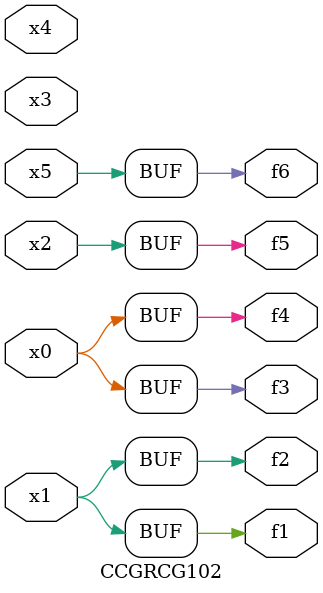
<source format=v>
module CCGRCG102(
	input x0, x1, x2, x3, x4, x5,
	output f1, f2, f3, f4, f5, f6
);
	assign f1 = x1;
	assign f2 = x1;
	assign f3 = x0;
	assign f4 = x0;
	assign f5 = x2;
	assign f6 = x5;
endmodule

</source>
